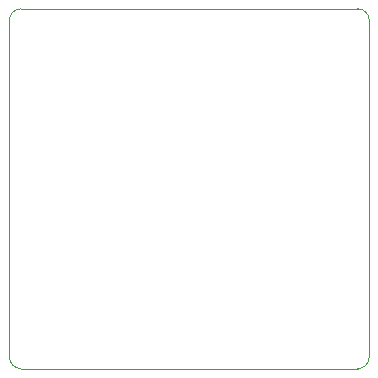
<source format=gbr>
%TF.GenerationSoftware,KiCad,Pcbnew,8.0.6*%
%TF.CreationDate,2024-12-12T11:47:33+01:00*%
%TF.ProjectId,htctboard,68746374-626f-4617-9264-2e6b69636164,rev?*%
%TF.SameCoordinates,Original*%
%TF.FileFunction,Profile,NP*%
%FSLAX46Y46*%
G04 Gerber Fmt 4.6, Leading zero omitted, Abs format (unit mm)*
G04 Created by KiCad (PCBNEW 8.0.6) date 2024-12-12 11:47:33*
%MOMM*%
%LPD*%
G01*
G04 APERTURE LIST*
%TA.AperFunction,Profile*%
%ADD10C,0.050000*%
%TD*%
G04 APERTURE END LIST*
D10*
X156480000Y-66040000D02*
G75*
G02*
X157480000Y-67040000I0J-1000000D01*
G01*
X156480000Y-96520000D02*
X128000000Y-96520000D01*
X127000000Y-67040000D02*
G75*
G02*
X128000000Y-66040000I1000000J0D01*
G01*
X127000000Y-95520000D02*
X127000000Y-67040000D01*
X157480000Y-67040000D02*
X157480000Y-95520000D01*
X128000000Y-66040000D02*
X156480000Y-66040000D01*
X157480000Y-95520000D02*
G75*
G02*
X156480000Y-96520000I-1000000J0D01*
G01*
X128000000Y-96520000D02*
G75*
G02*
X127000000Y-95520000I0J1000000D01*
G01*
M02*

</source>
